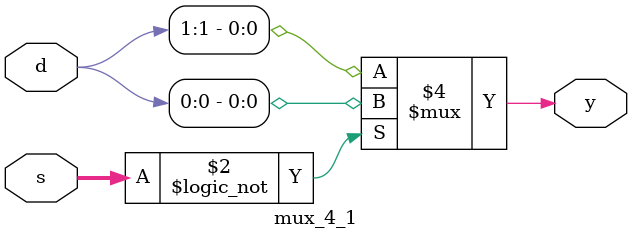
<source format=v>
`timescale 1ns / 1ps
module mux_4_1(
    input [3:0] d,
    input [1:0] s,
    output reg y
    );
	 
	 always @ (d, s) // always always has all the inputs
	 begin         // a
		if (s == 2'b0) begin
			y = d[0];
		end//end if
		else begin
			y = d[1]; 
		end//end else
	 end//end always
endmodule


</source>
